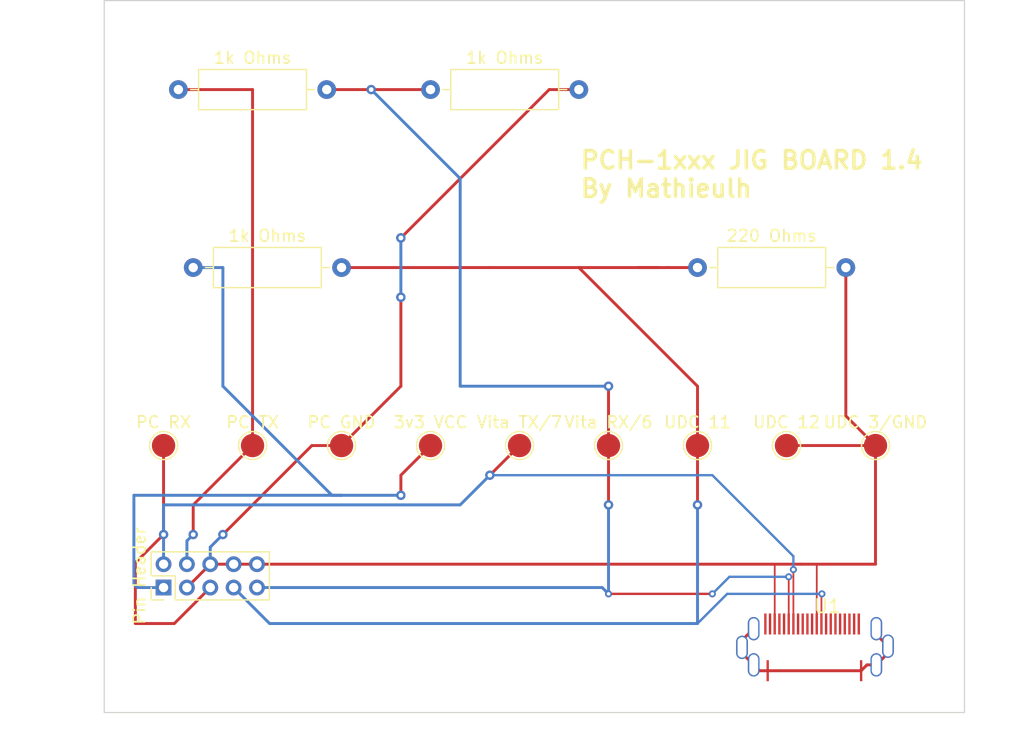
<source format=kicad_pcb>
(kicad_pcb (version 20221018) (generator pcbnew)
  (layers (0 "F.Cu" signal) (31 "B.Cu" signal) (34 "B.Paste" user) (35 "F.Paste" user) (36 "B.SilkS" user "B.Silkscreen") (37 "F.SilkS" user "F.Silkscreen") (38 "B.Mask" user) (39 "F.Mask" user) (44 "Edge.Cuts" user))
  (net 0 "")
  (footprint "TestPoint:TestPoint_Pad_D2.0mm" (layer "F.Cu") (at 67.31 68.58)
    (fp_text reference "Vita TX/7" (at 0 -1.998) (layer "F.SilkS"))
    (fp_text value "TestPoint_Pad_D2.0mm")
    (fp_circle (center 0 0) (end 0 1.2) (stroke (width 0.12)) (fill none) (layer "F.SilkS"))
    (pad "1" smd circle (at 0 0) (size 2 2) (layers "F.Cu" "F.Mask"))
  )
  (footprint "Resistor_THT:R_Axial_DIN0309_L9.0mm_D3.2mm_P12.70mm_Horizontal" (layer "F.Cu") (at 59.69 38.1)
    (fp_text reference "1k Ohms" (at 6.35 -2.72) (layer "F.SilkS"))
    (fp_text value "R_Axial_DIN0309_L9.0mm_D3.2mm_P12.70mm_Horizontal")
    (fp_line (start 1.04 0) (end 1.73 0) (stroke (width 0.12)) (layer "F.SilkS"))
    (fp_line (start 1.73 -1.72) (end 1.73 1.72) (stroke (width 0.12)) (layer "F.SilkS"))
    (fp_line (start 1.73 1.72) (end 10.97 1.72) (stroke (width 0.12)) (layer "F.SilkS"))
    (fp_line (start 10.97 -1.72) (end 1.73 -1.72) (stroke (width 0.12)) (layer "F.SilkS"))
    (fp_line (start 10.97 1.72) (end 10.97 -1.72) (stroke (width 0.12)) (layer "F.SilkS"))
    (fp_line (start 11.66 0) (end 10.97 0) (stroke (width 0.12)) (layer "F.SilkS"))
    (pad "1" thru_hole circle (at 0 0) (size 1.6 1.6) (drill 0.8) (layers "*.Cu" "*.Mask"))
    (pad "2" thru_hole oval (at 12.7 0) (size 1.6 1.6) (drill 0.8) (layers "*.Cu" "*.Mask"))
  )
  (footprint "easyeda:VITA_CONNECTOR" (layer "F.Cu") (at 87.36 84.26)
    (fp_text reference "U1" (at 5.064 -1.924) (layer "F.SilkS") (effects (font (size 1.143 1.143) (thickness 0.152)) (justify left)))
    (fp_text value "Vita_Connector" hide)
    (pad "1" smd rect (at 1 -0.4) (size 0.2 1.8) (layers "F.Cu" "F.Paste" "F.Mask"))
    (pad "2" smd rect (at 1.4 -0.4) (size 0.2 1.8) (layers "F.Cu" "F.Paste" "F.Mask"))
    (pad "3" smd rect (at 1.8 -0.4) (size 0.2 1.8) (layers "F.Cu" "F.Paste" "F.Mask"))
    (pad "4" smd rect (at 2.2 -0.4) (size 0.2 1.8) (layers "F.Cu" "F.Paste" "F.Mask"))
    (pad "5" smd rect (at 2.6 -0.4) (size 0.2 1.8) (layers "F.Cu" "F.Paste" "F.Mask"))
    (pad "6" smd rect (at 3 -0.4) (size 0.2 1.8) (layers "F.Cu" "F.Paste" "F.Mask"))
    (pad "7" smd rect (at 3.4 -0.4) (size 0.2 1.8) (layers "F.Cu" "F.Paste" "F.Mask"))
    (pad "8" smd rect (at 3.8 -0.4) (size 0.2 1.8) (layers "F.Cu" "F.Paste" "F.Mask"))
    (pad "9" smd rect (at 4.2 -0.4) (size 0.2 1.8) (layers "F.Cu" "F.Paste" "F.Mask"))
    (pad "10" smd rect (at 4.6 -0.4) (size 0.2 1.8) (layers "F.Cu" "F.Paste" "F.Mask"))
    (pad "11" smd rect (at 5 -0.4) (size 0.2 1.8) (layers "F.Cu" "F.Paste" "F.Mask"))
    (pad "12" smd rect (at 5.4 -0.4) (size 0.2 1.8) (layers "F.Cu" "F.Paste" "F.Mask"))
    (pad "13" smd rect (at 5.8 -0.4) (size 0.2 1.8) (layers "F.Cu" "F.Paste" "F.Mask"))
    (pad "14" smd rect (at 6.2 -0.4) (size 0.2 1.8) (layers "F.Cu" "F.Paste" "F.Mask"))
    (pad "15" smd rect (at 6.6 -0.4) (size 0.2 1.8) (layers "F.Cu" "F.Paste" "F.Mask"))
    (pad "16" smd rect (at 7 -0.4) (size 0.2 1.8) (layers "F.Cu" "F.Paste" "F.Mask"))
    (pad "17" smd rect (at 7.4 -0.4) (size 0.2 1.8) (layers "F.Cu" "F.Paste" "F.Mask"))
    (pad "18" smd rect (at 7.8 -0.4) (size 0.2 1.8) (layers "F.Cu" "F.Paste" "F.Mask"))
    (pad "19" smd rect (at 8.2 -0.4) (size 0.2 1.8) (layers "F.Cu" "F.Paste" "F.Mask"))
    (pad "20" smd rect (at 8.6 -0.4) (size 0.2 1.8) (layers "F.Cu" "F.Paste" "F.Mask"))
    (pad "21" smd rect (at 9 -0.4) (size 0.2 1.8) (layers "F.Cu" "F.Paste" "F.Mask"))
    (pad "22" smd rect (at 1.2 3.6) (size 0.2 1.8) (layers "F.Cu" "F.Paste" "F.Mask"))
    (pad "23" smd rect (at 9.2 3.6) (size 0.2 1.8) (layers "F.Cu" "F.Paste" "F.Mask"))
    (pad "24" thru_hole oval (at 0 0) (size 1 2) (drill oval 0.75 1.75) (layers "*.Cu" "*.Paste" "*.Mask"))
    (pad "25" thru_hole oval (at 0 3.1) (size 1 2) (drill oval 0.75 1.75) (layers "*.Cu" "*.Paste" "*.Mask"))
    (pad "26" thru_hole oval (at -1 1.6) (size 1 2) (drill oval 0.75 1.75) (layers "*.Cu" "*.Paste" "*.Mask"))
    (pad "27" thru_hole oval (at 10.5 3.1) (size 1 2) (drill oval 0.75 1.75) (layers "*.Cu" "*.Paste" "*.Mask"))
    (pad "28" thru_hole oval (at 10.5 0) (size 1 2) (drill oval 0.75 1.75) (layers "*.Cu" "*.Paste" "*.Mask"))
    (pad "29" thru_hole oval (at 11.5 1.5) (size 1 2) (drill oval 0.75 1.75) (layers "*.Cu" "*.Paste" "*.Mask"))
  )
  (footprint "TestPoint:TestPoint_Pad_D2.0mm" (layer "F.Cu") (at 44.45 68.58)
    (fp_text reference "PC TX" (at 0 -1.998) (layer "F.SilkS"))
    (fp_text value "TestPoint_Pad_D2.0mm")
    (fp_circle (center 0 0) (end 0 1.2) (stroke (width 0.12)) (fill none) (layer "F.SilkS"))
    (pad "1" smd circle (at 0 0) (size 2 2) (layers "F.Cu" "F.Mask"))
  )
  (footprint "TestPoint:TestPoint_Pad_D2.0mm" (layer "F.Cu") (at 90.17 68.58)
    (fp_text reference "UDC 12" (at 0 -1.998) (layer "F.SilkS"))
    (fp_text value "TestPoint_Pad_D2.0mm")
    (fp_circle (center 0 0) (end 0 1.2) (stroke (width 0.12)) (fill none) (layer "F.SilkS"))
    (pad "1" smd circle (at 0 0) (size 2 2) (layers "F.Cu" "F.Mask"))
  )
  (footprint "TestPoint:TestPoint_Pad_D2.0mm" (layer "F.Cu") (at 82.55 68.58)
    (fp_text reference "UDC 11" (at 0 -1.998) (layer "F.SilkS"))
    (fp_text value "TestPoint_Pad_D2.0mm")
    (fp_circle (center 0 0) (end 0 1.2) (stroke (width 0.12)) (fill none) (layer "F.SilkS"))
    (pad "1" smd circle (at 0 0) (size 2 2) (layers "F.Cu" "F.Mask"))
  )
  (footprint "TestPoint:TestPoint_Pad_D2.0mm" (layer "F.Cu") (at 74.93 68.58)
    (fp_text reference "Vita RX/6" (at 0 -1.998) (layer "F.SilkS"))
    (fp_text value "TestPoint_Pad_D2.0mm")
    (fp_circle (center 0 0) (end 0 1.2) (stroke (width 0.12)) (fill none) (layer "F.SilkS"))
    (pad "1" smd circle (at 0 0) (size 2 2) (layers "F.Cu" "F.Mask"))
  )
  (footprint "TestPoint:TestPoint_Pad_D2.0mm" (layer "F.Cu") (at 36.83 68.58)
    (fp_text reference "PC RX" (at 0 -1.998) (layer "F.SilkS"))
    (fp_text value "TestPoint_Pad_D2.0mm")
    (fp_circle (center 0 0) (end 0 1.2) (stroke (width 0.12)) (fill none) (layer "F.SilkS"))
    (pad "1" smd circle (at 0 0) (size 2 2) (layers "F.Cu" "F.Mask"))
  )
  (footprint "TestPoint:TestPoint_Pad_D2.0mm" (layer "F.Cu") (at 97.79 68.58)
    (fp_text reference "UDC 3/GND" (at 0 -1.998) (layer "F.SilkS"))
    (fp_text value "TestPoint_Pad_D2.0mm")
    (fp_circle (center 0 0) (end 0 1.2) (stroke (width 0.12)) (fill none) (layer "F.SilkS"))
    (pad "1" smd circle (at 0 0) (size 2 2) (layers "F.Cu" "F.Mask"))
  )
  (footprint "TestPoint:TestPoint_Pad_D2.0mm" (layer "F.Cu") (at 59.69 68.58)
    (fp_text reference "3v3 VCC" (at 0 -1.998) (layer "F.SilkS"))
    (fp_text value "TestPoint_Pad_D2.0mm")
    (fp_circle (center 0 0) (end 0 1.2) (stroke (width 0.12)) (fill none) (layer "F.SilkS"))
    (pad "1" smd circle (at 0 0) (size 2 2) (layers "F.Cu" "F.Mask"))
  )
  (footprint "Resistor_THT:R_Axial_DIN0309_L9.0mm_D3.2mm_P12.70mm_Horizontal" (layer "F.Cu") (at 82.55 53.34)
    (fp_text reference "220 Ohms" (at 6.35 -2.72) (layer "F.SilkS"))
    (fp_text value "R_Axial_DIN0309_L9.0mm_D3.2mm_P12.70mm_Horizontal")
    (fp_line (start 1.04 0) (end 1.73 0) (stroke (width 0.12)) (layer "F.SilkS"))
    (fp_line (start 1.73 -1.72) (end 1.73 1.72) (stroke (width 0.12)) (layer "F.SilkS"))
    (fp_line (start 1.73 1.72) (end 10.97 1.72) (stroke (width 0.12)) (layer "F.SilkS"))
    (fp_line (start 10.97 -1.72) (end 1.73 -1.72) (stroke (width 0.12)) (layer "F.SilkS"))
    (fp_line (start 10.97 1.72) (end 10.97 -1.72) (stroke (width 0.12)) (layer "F.SilkS"))
    (fp_line (start 11.66 0) (end 10.97 0) (stroke (width 0.12)) (layer "F.SilkS"))
    (pad "1" thru_hole circle (at 0 0) (size 1.6 1.6) (drill 0.8) (layers "*.Cu" "*.Mask"))
    (pad "2" thru_hole oval (at 12.7 0) (size 1.6 1.6) (drill 0.8) (layers "*.Cu" "*.Mask"))
  )
  (footprint "TestPoint:TestPoint_Pad_D2.0mm" (layer "F.Cu") (at 52.07 68.58)
    (fp_text reference "PC GND" (at 0 -1.998) (layer "F.SilkS"))
    (fp_text value "TestPoint_Pad_D2.0mm")
    (fp_circle (center 0 0) (end 0 1.2) (stroke (width 0.12)) (fill none) (layer "F.SilkS"))
    (pad "1" smd circle (at 0 0) (size 2 2) (layers "F.Cu" "F.Mask"))
  )
  (footprint "Resistor_THT:R_Axial_DIN0309_L9.0mm_D3.2mm_P12.70mm_Horizontal" (layer "F.Cu") (at 39.37 53.34)
    (fp_text reference "1k Ohms" (at 6.35 -2.72) (layer "F.SilkS"))
    (fp_text value "R_Axial_DIN0309_L9.0mm_D3.2mm_P12.70mm_Horizontal")
    (fp_line (start 1.04 0) (end 1.73 0) (stroke (width 0.12)) (layer "F.SilkS"))
    (fp_line (start 1.73 -1.72) (end 1.73 1.72) (stroke (width 0.12)) (layer "F.SilkS"))
    (fp_line (start 1.73 1.72) (end 10.97 1.72) (stroke (width 0.12)) (layer "F.SilkS"))
    (fp_line (start 10.97 -1.72) (end 1.73 -1.72) (stroke (width 0.12)) (layer "F.SilkS"))
    (fp_line (start 10.97 1.72) (end 10.97 -1.72) (stroke (width 0.12)) (layer "F.SilkS"))
    (fp_line (start 11.66 0) (end 10.97 0) (stroke (width 0.12)) (layer "F.SilkS"))
    (pad "1" thru_hole circle (at 0 0) (size 1.6 1.6) (drill 0.8) (layers "*.Cu" "*.Mask"))
    (pad "2" thru_hole oval (at 12.7 0) (size 1.6 1.6) (drill 0.8) (layers "*.Cu" "*.Mask"))
  )
  (footprint "Resistor_THT:R_Axial_DIN0309_L9.0mm_D3.2mm_P12.70mm_Horizontal" (layer "F.Cu") (at 38.1 38.1)
    (fp_text reference "1k Ohms" (at 6.35 -2.72) (layer "F.SilkS"))
    (fp_text value "R_Axial_DIN0309_L9.0mm_D3.2mm_P12.70mm_Horizontal")
    (fp_line (start 1.04 0) (end 1.73 0) (stroke (width 0.12)) (layer "F.SilkS"))
    (fp_line (start 1.73 -1.72) (end 1.73 1.72) (stroke (width 0.12)) (layer "F.SilkS"))
    (fp_line (start 1.73 1.72) (end 10.97 1.72) (stroke (width 0.12)) (layer "F.SilkS"))
    (fp_line (start 10.97 -1.72) (end 1.73 -1.72) (stroke (width 0.12)) (layer "F.SilkS"))
    (fp_line (start 10.97 1.72) (end 10.97 -1.72) (stroke (width 0.12)) (layer "F.SilkS"))
    (fp_line (start 11.66 0) (end 10.97 0) (stroke (width 0.12)) (layer "F.SilkS"))
    (pad "1" thru_hole circle (at 0 0) (size 1.6 1.6) (drill 0.8) (layers "*.Cu" "*.Mask"))
    (pad "2" thru_hole oval (at 12.7 0) (size 1.6 1.6) (drill 0.8) (layers "*.Cu" "*.Mask"))
  )
  (footprint "Connector_PinHeader_2.00mm:PinHeader_2x05_P2.00mm_Vertical" (layer "F.Cu") (at 36.83 80.74 90)
    (fp_text reference "Pin Header" (at 1 -2.06 90) (layer "F.SilkS"))
    (fp_text value "PinHeader_2x05_P2.00mm_Vertical")
    (fp_line (start -1.06 -1.06) (end 0 -1.06) (stroke (width 0.12)) (layer "F.SilkS"))
    (fp_line (start -1.06 0) (end -1.06 -1.06) (stroke (width 0.12)) (layer "F.SilkS"))
    (fp_line (start -1.06 1) (end -1.06 9.06) (stroke (width 0.12)) (layer "F.SilkS"))
    (fp_line (start -1.06 1) (end 1 1) (stroke (width 0.12)) (layer "F.SilkS"))
    (fp_line (start -1.06 9.06) (end 3.06 9.06) (stroke (width 0.12)) (layer "F.SilkS"))
    (fp_line (start 1 -1.06) (end 3.06 -1.06) (stroke (width 0.12)) (layer "F.SilkS"))
    (fp_line (start 1 1) (end 1 -1.06) (stroke (width 0.12)) (layer "F.SilkS"))
    (fp_line (start 3.06 -1.06) (end 3.06 9.06) (stroke (width 0.12)) (layer "F.SilkS"))
    (pad "1" thru_hole rect (at 0 0 90) (size 1.35 1.35) (drill 0.8) (layers "*.Cu" "*.Mask"))
    (pad "2" thru_hole oval (at 2 0 90) (size 1.35 1.35) (drill 0.8) (layers "*.Cu" "*.Mask"))
    (pad "3" thru_hole oval (at 0 2 90) (size 1.35 1.35) (drill 0.8) (layers "*.Cu" "*.Mask"))
    (pad "4" thru_hole oval (at 2 2 90) (size 1.35 1.35) (drill 0.8) (layers "*.Cu" "*.Mask"))
    (pad "5" thru_hole oval (at 0 4 90) (size 1.35 1.35) (drill 0.8) (layers "*.Cu" "*.Mask"))
    (pad "6" thru_hole oval (at 2 4 90) (size 1.35 1.35) (drill 0.8) (layers "*.Cu" "*.Mask"))
    (pad "7" thru_hole oval (at 0 6 90) (size 1.35 1.35) (drill 0.8) (layers "*.Cu" "*.Mask"))
    (pad "8" thru_hole oval (at 2 6 90) (size 1.35 1.35) (drill 0.8) (layers "*.Cu" "*.Mask"))
    (pad "9" thru_hole oval (at 0 8 90) (size 1.35 1.35) (drill 0.8) (layers "*.Cu" "*.Mask"))
    (pad "10" thru_hole oval (at 2 8 90) (size 1.35 1.35) (drill 0.8) (layers "*.Cu" "*.Mask"))
  )
  (gr_rect (start 31.75 30.48) (end 105.41 91.44) (stroke (width 0.1)) (fill none) (layer "Edge.Cuts"))
  (gr_text "PCH-1xxx JIG BOARD 1.4\nBy Mathieulh" (at 72.39 47.44) (layer "F.SilkS") (effects (font (size 1.5 1.5) (thickness 0.3) bold) (justify left bottom)))
  (segment (start 82.55 53.34) (end 80.01 53.34) (width 0.25) (layer "F.Cu") (net 0))
  (segment (start 88.9 78.74) (end 44.83 78.74) (width 0.25) (layer "F.Cu") (net 0))
  (segment (start 72.39 53.34) (end 79.19 53.34) (width 0.25) (layer "F.Cu") (net 0))
  (segment (start 69.85 38.1) (end 72.39 38.1) (width 0.25) (layer "F.Cu") (net 0))
  (segment (start 95.25 53.34) (end 95.25 66.04) (width 0.25) (layer "F.Cu") (net 0))
  (segment (start 89.16 81.02) (end 89.16 78.74) (width 0.15) (layer "F.Cu") (net 0))
  (segment (start 97.79 78.74) (end 91.44 78.74) (width 0.25) (layer "F.Cu") (net 0))
  (segment (start 86.36 86.36) (end 86.36 85.86) (width 0.254) (layer "F.Cu") (net 0))
  (segment (start 96.56 87.86) (end 97.06 87.36) (width 0.254) (layer "F.Cu") (net 0))
  (segment (start 87.36 87.36) (end 86.36 86.36) (width 0.254) (layer "F.Cu") (net 0))
  (segment (start 86.36 85.26) (end 86.36 85.86) (width 0.254) (layer "F.Cu") (net 0))
  (segment (start 87.36 87.36) (end 87.86 87.86) (width 0.254) (layer "F.Cu") (net 0))
  (segment (start 95.25 66.04) (end 97.79 68.58) (width 0.25) (layer "F.Cu") (net 0))
  (segment (start 74.93 73.66) (end 74.93 68.58) (width 0.25) (layer "F.Cu") (net 0))
  (segment (start 54.61 38.1) (end 59.69 38.1) (width 0.25) (layer "F.Cu") (net 0))
  (segment (start 83.82 81.28) (end 74.93 81.28) (width 0.2) (layer "F.Cu") (net 0))
  (segment (start 44.45 68.58) (end 44.45 38.1) (width 0.25) (layer "F.Cu") (net 0))
  (segment (start 97.79 68.58) (end 97.79 78.74) (width 0.25) (layer "F.Cu") (net 0))
  (segment (start 90.36 83.86) (end 90.36 79.82) (width 0.15) (layer "F.Cu") (net 0))
  (segment (start 87.86 87.86) (end 88.56 87.86) (width 0.254) (layer "F.Cu") (net 0))
  (segment (start 82.55 68.58) (end 82.55 63.5) (width 0.25) (layer "F.Cu") (net 0))
  (segment (start 98.86 85.76) (end 97.86 84.76) (width 0.254) (layer "F.Cu") (net 0))
  (segment (start 52.07 68.58) (end 57.15 63.5) (width 0.25) (layer "F.Cu") (net 0))
  (segment (start 64.77 53.34) (end 72.39 53.34) (width 0.25) (layer "F.Cu") (net 0))
  (segment (start 34.415 83.82) (end 37.75 83.82) (width 0.25) (layer "F.Cu") (net 0))
  (segment (start 93.16 81.32) (end 93.2 81.28) (width 0.15) (layer "F.Cu") (net 0))
  (segment (start 49.53 68.58) (end 52.07 68.58) (width 0.25) (layer "F.Cu") (net 0))
  (segment (start 57.15 71.12) (end 59.69 68.58) (width 0.25) (layer "F.Cu") (net 0))
  (segment (start 82.55 63.5) (end 72.39 53.34) (width 0.25) (layer "F.Cu") (net 0))
  (segment (start 34.415 78.615) (end 34.415 83.82) (width 0.25) (layer "F.Cu") (net 0))
  (segment (start 38.83 80.74) (end 40.83 78.74) (width 0.25) (layer "F.Cu") (net 0))
  (segment (start 36.83 76.2) (end 34.415 78.615) (width 0.25) (layer "F.Cu") (net 0))
  (segment (start 36.83 73.66) (end 36.83 68.58) (width 0.25) (layer "F.Cu") (net 0))
  (segment (start 57.15 63.5) (end 57.15 55.88) (width 0.25) (layer "F.Cu") (net 0))
  (segment (start 82.55 73.66) (end 82.55 68.58) (width 0.25) (layer "F.Cu") (net 0))
  (segment (start 90.17 68.58) (end 97.79 68.58) (width 0.25) (layer "F.Cu") (net 0))
  (segment (start 97.86 84.76) (end 97.86 84.26) (width 0.254) (layer "F.Cu") (net 0))
  (segment (start 93.16 83.86) (end 93.16 81.32) (width 0.15) (layer "F.Cu") (net 0))
  (segment (start 41.91 76.2) (end 49.53 68.58) (width 0.25) (layer "F.Cu") (net 0))
  (segment (start 44.45 38.1) (end 38.1 38.1) (width 0.25) (layer "F.Cu") (net 0))
  (segment (start 37.75 83.82) (end 40.83 80.74) (width 0.25) (layer "F.Cu") (net 0))
  (segment (start 98.86 86.36) (end 98.86 85.76) (width 0.254) (layer "F.Cu") (net 0))
  (segment (start 74.93 63.5) (end 74.93 68.58) (width 0.25) (layer "F.Cu") (net 0))
  (segment (start 92.76 80.06) (end 92.76 78.74) (width 0.15) (layer "F.Cu") (net 0))
  (segment (start 39.37 73.66) (end 44.45 68.58) (width 0.25) (layer "F.Cu") (net 0))
  (segment (start 57.15 72.84) (end 57.15 71.12) (width 0.25) (layer "F.Cu") (net 0))
  (segment (start 87.36 84.26) (end 86.36 85.26) (width 0.254) (layer "F.Cu") (net 0))
  (segment (start 36.83 76.2) (end 36.83 73.66) (width 0.25) (layer "F.Cu") (net 0))
  (segment (start 88.56 87.86) (end 96.56 87.86) (width 0.254) (layer "F.Cu") (net 0))
  (segment (start 77.47 53.34) (end 80.01 53.34) (width 0.25) (layer "F.Cu") (net 0))
  (segment (start 64.77 71.12) (end 67.31 68.58) (width 0.25) (layer "F.Cu") (net 0))
  (segment (start 91.44 78.74) (end 88.9 78.74) (width 0.25) (layer "F.Cu") (net 0))
  (segment (start 42.83 78.74) (end 40.83 78.74) (width 0.25) (layer "F.Cu") (net 0))
  (segment (start 92.76 83.86) (end 92.76 80.06) (width 0.15) (layer "F.Cu") (net 0))
  (segment (start 54.61 38.1) (end 50.8 38.1) (width 0.25) (layer "F.Cu") (net 0))
  (segment (start 52.07 53.34) (end 64.77 53.34) (width 0.25) (layer "F.Cu") (net 0))
  (segment (start 39.37 76.2) (end 39.37 73.66) (width 0.25) (layer "F.Cu") (net 0))
  (segment (start 89.16 83.86) (end 89.16 81.02) (width 0.15) (layer "F.Cu") (net 0))
  (segment (start 44.83 78.74) (end 42.83 78.74) (width 0.25) (layer "F.Cu") (net 0))
  (segment (start 90.76 83.86) (end 90.76 81.28) (width 0.15) (layer "F.Cu") (net 0))
  (segment (start 57.15 50.8) (end 69.85 38.1) (width 0.25) (layer "F.Cu") (net 0))
  (segment (start 97.06 87.36) (end 97.86 87.36) (width 0.254) (layer "F.Cu") (net 0))
  (segment (start 97.86 87.36) (end 98.86 86.36) (width 0.254) (layer "F.Cu") (net 0))
  (segment (start 90.76 81.28) (end 90.76 79.2) (width 0.15) (layer "F.Cu") (net 0))
  (via (at 82.55 73.66) (size 0.8) (drill 0.4) (layers "F.Cu" "B.Cu") (net 0))
  (via (at 74.93 81.28) (size 0.6) (drill 0.3) (layers "F.Cu" "B.Cu") (net 0))
  (via (at 54.61 38.1) (size 0.8) (drill 0.4) (layers "F.Cu" "B.Cu") (net 0))
  (via (at 74.93 73.66) (size 0.8) (drill 0.4) (layers "F.Cu" "B.Cu") (net 0))
  (via (at 57.15 72.84) (size 0.8) (drill 0.4) (layers "F.Cu" "B.Cu") (net 0))
  (via (at 90.36 79.82) (size 0.6) (drill 0.3) (layers "F.Cu" "B.Cu") (net 0))
  (via (at 93.2 81.28) (size 0.6) (drill 0.3) (layers "F.Cu" "B.Cu") (net 0))
  (via (at 57.15 55.88) (size 0.8) (drill 0.4) (layers "F.Cu" "B.Cu") (net 0))
  (via (at 90.76 79.2) (size 0.6) (drill 0.3) (layers "F.Cu" "B.Cu") (net 0))
  (via (at 57.15 50.8) (size 0.8) (drill 0.4) (layers "F.Cu" "B.Cu") (net 0))
  (via (at 83.82 81.28) (size 0.6) (drill 0.3) (layers "F.Cu" "B.Cu") (net 0))
  (via (at 39.37 76.2) (size 0.8) (drill 0.4) (layers "F.Cu" "B.Cu") (net 0))
  (via (at 36.83 76.2) (size 0.8) (drill 0.4) (layers "F.Cu" "B.Cu") (net 0))
  (via (at 57.15 50.8) (size 0.8) (drill 0.4) (layers "F.Cu" "B.Cu") (net 0))
  (via (at 57.15 55.88) (size 0.8) (drill 0.4) (layers "F.Cu" "B.Cu") (net 0))
  (via (at 41.91 76.2) (size 0.8) (drill 0.4) (layers "F.Cu" "B.Cu") (net 0))
  (via (at 64.77 71.12) (size 0.8) (drill 0.4) (layers "F.Cu" "B.Cu") (net 0))
  (via (at 74.93 63.5) (size 0.8) (drill 0.4) (layers "F.Cu" "B.Cu") (net 0))
  (segment (start 82.55 83.82) (end 85.09 81.28) (width 0.2) (layer "B.Cu") (net 0))
  (segment (start 45.91 83.82) (end 42.83 80.74) (width 0.25) (layer "B.Cu") (net 0))
  (segment (start 52.07 72.84) (end 57.15 72.84) (width 0.25) (layer "B.Cu") (net 0))
  (segment (start 40.83 77.28) (end 40.83 78.74) (width 0.25) (layer "B.Cu") (net 0))
  (segment (start 36.83 76.2) (end 36.83 78.74) (width 0.25) (layer "B.Cu") (net 0))
  (segment (start 38.83 76.74) (end 38.83 78.74) (width 0.25) (layer "B.Cu") (net 0))
  (segment (start 36.83 76.2) (end 36.83 73.66) (width 0.25) (layer "B.Cu") (net 0))
  (segment (start 54.61 38.1) (end 62.23 45.72) (width 0.25) (layer "B.Cu") (net 0))
  (segment (start 39.37 76.2) (end 38.83 76.74) (width 0.25) (layer "B.Cu") (net 0))
  (segment (start 51.25 72.84) (end 52.07 72.84) (width 0.25) (layer "B.Cu") (net 0))
  (segment (start 62.23 63.5) (end 74.93 63.5) (width 0.25) (layer "B.Cu") (net 0))
  (segment (start 57.15 55.88) (end 57.15 50.8) (width 0.25) (layer "B.Cu") (net 0))
  (segment (start 74.39 80.74) (end 44.83 80.74) (width 0.25) (layer "B.Cu") (net 0))
  (segment (start 90.76 78.06) (end 83.82 71.12) (width 0.2) (layer "B.Cu") (net 0))
  (segment (start 90.36 79.82) (end 85.28 79.82) (width 0.2) (layer "B.Cu") (net 0))
  (segment (start 74.93 81.28) (end 74.93 73.66) (width 0.25) (layer "B.Cu") (net 0))
  (segment (start 41.91 76.2) (end 40.83 77.28) (width 0.25) (layer "B.Cu") (net 0))
  (segment (start 85.28 79.82) (end 83.82 81.28) (width 0.2) (layer "B.Cu") (net 0))
  (segment (start 90.76 79.2) (end 90.76 78.06) (width 0.2) (layer "B.Cu") (net 0))
  (segment (start 74.39 80.74) (end 74.93 81.28) (width 0.25) (layer "B.Cu") (net 0))
  (segment (start 36.83 73.66) (end 62.23 73.66) (width 0.25) (layer "B.Cu") (net 0))
  (segment (start 39.37 53.34) (end 41.91 53.34) (width 0.25) (layer "B.Cu") (net 0))
  (segment (start 62.23 45.72) (end 62.23 63.5) (width 0.25) (layer "B.Cu") (net 0))
  (segment (start 34.29 72.84) (end 52.07 72.84) (width 0.25) (layer "B.Cu") (net 0))
  (segment (start 85.09 81.28) (end 93.2 81.28) (width 0.2) (layer "B.Cu") (net 0))
  (segment (start 82.55 83.82) (end 45.91 83.82) (width 0.25) (layer "B.Cu") (net 0))
  (segment (start 62.23 73.66) (end 64.77 71.12) (width 0.25) (layer "B.Cu") (net 0))
  (segment (start 34.57 80.74) (end 34.29 80.46) (width 0.25) (layer "B.Cu") (net 0))
  (segment (start 41.91 63.5) (end 51.25 72.84) (width 0.25) (layer "B.Cu") (net 0))
  (segment (start 41.91 53.34) (end 41.91 63.5) (width 0.25) (layer "B.Cu") (net 0))
  (segment (start 82.55 83.82) (end 82.55 73.66) (width 0.25) (layer "B.Cu") (net 0))
  (segment (start 83.82 71.12) (end 64.77 71.12) (width 0.2) (layer "B.Cu") (net 0))
  (segment (start 34.29 80.46) (end 34.29 72.84) (width 0.25) (layer "B.Cu") (net 0))
  (segment (start 36.83 80.74) (end 34.57 80.74) (width 0.25) (layer "B.Cu") (net 0))
)
</source>
